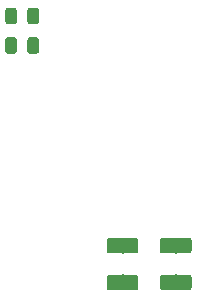
<source format=gbr>
%TF.GenerationSoftware,KiCad,Pcbnew,(5.1.4)-1*%
%TF.CreationDate,2021-09-18T23:44:11+01:00*%
%TF.ProjectId,DC_DC Converter circuit_2,44435f44-4320-4436-9f6e-766572746572,rev?*%
%TF.SameCoordinates,Original*%
%TF.FileFunction,Paste,Top*%
%TF.FilePolarity,Positive*%
%FSLAX46Y46*%
G04 Gerber Fmt 4.6, Leading zero omitted, Abs format (unit mm)*
G04 Created by KiCad (PCBNEW (5.1.4)-1) date 2021-09-18 23:44:11*
%MOMM*%
%LPD*%
G04 APERTURE LIST*
%ADD10C,0.100000*%
%ADD11C,0.975000*%
%ADD12C,1.325000*%
G04 APERTURE END LIST*
D10*
%TO.C,R3*%
G36*
X165705142Y-103301174D02*
G01*
X165728803Y-103304684D01*
X165752007Y-103310496D01*
X165774529Y-103318554D01*
X165796153Y-103328782D01*
X165816670Y-103341079D01*
X165835883Y-103355329D01*
X165853607Y-103371393D01*
X165869671Y-103389117D01*
X165883921Y-103408330D01*
X165896218Y-103428847D01*
X165906446Y-103450471D01*
X165914504Y-103472993D01*
X165920316Y-103496197D01*
X165923826Y-103519858D01*
X165925000Y-103543750D01*
X165925000Y-104456250D01*
X165923826Y-104480142D01*
X165920316Y-104503803D01*
X165914504Y-104527007D01*
X165906446Y-104549529D01*
X165896218Y-104571153D01*
X165883921Y-104591670D01*
X165869671Y-104610883D01*
X165853607Y-104628607D01*
X165835883Y-104644671D01*
X165816670Y-104658921D01*
X165796153Y-104671218D01*
X165774529Y-104681446D01*
X165752007Y-104689504D01*
X165728803Y-104695316D01*
X165705142Y-104698826D01*
X165681250Y-104700000D01*
X165193750Y-104700000D01*
X165169858Y-104698826D01*
X165146197Y-104695316D01*
X165122993Y-104689504D01*
X165100471Y-104681446D01*
X165078847Y-104671218D01*
X165058330Y-104658921D01*
X165039117Y-104644671D01*
X165021393Y-104628607D01*
X165005329Y-104610883D01*
X164991079Y-104591670D01*
X164978782Y-104571153D01*
X164968554Y-104549529D01*
X164960496Y-104527007D01*
X164954684Y-104503803D01*
X164951174Y-104480142D01*
X164950000Y-104456250D01*
X164950000Y-103543750D01*
X164951174Y-103519858D01*
X164954684Y-103496197D01*
X164960496Y-103472993D01*
X164968554Y-103450471D01*
X164978782Y-103428847D01*
X164991079Y-103408330D01*
X165005329Y-103389117D01*
X165021393Y-103371393D01*
X165039117Y-103355329D01*
X165058330Y-103341079D01*
X165078847Y-103328782D01*
X165100471Y-103318554D01*
X165122993Y-103310496D01*
X165146197Y-103304684D01*
X165169858Y-103301174D01*
X165193750Y-103300000D01*
X165681250Y-103300000D01*
X165705142Y-103301174D01*
X165705142Y-103301174D01*
G37*
D11*
X165437500Y-104000000D03*
D10*
G36*
X163830142Y-103301174D02*
G01*
X163853803Y-103304684D01*
X163877007Y-103310496D01*
X163899529Y-103318554D01*
X163921153Y-103328782D01*
X163941670Y-103341079D01*
X163960883Y-103355329D01*
X163978607Y-103371393D01*
X163994671Y-103389117D01*
X164008921Y-103408330D01*
X164021218Y-103428847D01*
X164031446Y-103450471D01*
X164039504Y-103472993D01*
X164045316Y-103496197D01*
X164048826Y-103519858D01*
X164050000Y-103543750D01*
X164050000Y-104456250D01*
X164048826Y-104480142D01*
X164045316Y-104503803D01*
X164039504Y-104527007D01*
X164031446Y-104549529D01*
X164021218Y-104571153D01*
X164008921Y-104591670D01*
X163994671Y-104610883D01*
X163978607Y-104628607D01*
X163960883Y-104644671D01*
X163941670Y-104658921D01*
X163921153Y-104671218D01*
X163899529Y-104681446D01*
X163877007Y-104689504D01*
X163853803Y-104695316D01*
X163830142Y-104698826D01*
X163806250Y-104700000D01*
X163318750Y-104700000D01*
X163294858Y-104698826D01*
X163271197Y-104695316D01*
X163247993Y-104689504D01*
X163225471Y-104681446D01*
X163203847Y-104671218D01*
X163183330Y-104658921D01*
X163164117Y-104644671D01*
X163146393Y-104628607D01*
X163130329Y-104610883D01*
X163116079Y-104591670D01*
X163103782Y-104571153D01*
X163093554Y-104549529D01*
X163085496Y-104527007D01*
X163079684Y-104503803D01*
X163076174Y-104480142D01*
X163075000Y-104456250D01*
X163075000Y-103543750D01*
X163076174Y-103519858D01*
X163079684Y-103496197D01*
X163085496Y-103472993D01*
X163093554Y-103450471D01*
X163103782Y-103428847D01*
X163116079Y-103408330D01*
X163130329Y-103389117D01*
X163146393Y-103371393D01*
X163164117Y-103355329D01*
X163183330Y-103341079D01*
X163203847Y-103328782D01*
X163225471Y-103318554D01*
X163247993Y-103310496D01*
X163271197Y-103304684D01*
X163294858Y-103301174D01*
X163318750Y-103300000D01*
X163806250Y-103300000D01*
X163830142Y-103301174D01*
X163830142Y-103301174D01*
G37*
D11*
X163562500Y-104000000D03*
%TD*%
D10*
%TO.C,R4*%
G36*
X163830142Y-100801174D02*
G01*
X163853803Y-100804684D01*
X163877007Y-100810496D01*
X163899529Y-100818554D01*
X163921153Y-100828782D01*
X163941670Y-100841079D01*
X163960883Y-100855329D01*
X163978607Y-100871393D01*
X163994671Y-100889117D01*
X164008921Y-100908330D01*
X164021218Y-100928847D01*
X164031446Y-100950471D01*
X164039504Y-100972993D01*
X164045316Y-100996197D01*
X164048826Y-101019858D01*
X164050000Y-101043750D01*
X164050000Y-101956250D01*
X164048826Y-101980142D01*
X164045316Y-102003803D01*
X164039504Y-102027007D01*
X164031446Y-102049529D01*
X164021218Y-102071153D01*
X164008921Y-102091670D01*
X163994671Y-102110883D01*
X163978607Y-102128607D01*
X163960883Y-102144671D01*
X163941670Y-102158921D01*
X163921153Y-102171218D01*
X163899529Y-102181446D01*
X163877007Y-102189504D01*
X163853803Y-102195316D01*
X163830142Y-102198826D01*
X163806250Y-102200000D01*
X163318750Y-102200000D01*
X163294858Y-102198826D01*
X163271197Y-102195316D01*
X163247993Y-102189504D01*
X163225471Y-102181446D01*
X163203847Y-102171218D01*
X163183330Y-102158921D01*
X163164117Y-102144671D01*
X163146393Y-102128607D01*
X163130329Y-102110883D01*
X163116079Y-102091670D01*
X163103782Y-102071153D01*
X163093554Y-102049529D01*
X163085496Y-102027007D01*
X163079684Y-102003803D01*
X163076174Y-101980142D01*
X163075000Y-101956250D01*
X163075000Y-101043750D01*
X163076174Y-101019858D01*
X163079684Y-100996197D01*
X163085496Y-100972993D01*
X163093554Y-100950471D01*
X163103782Y-100928847D01*
X163116079Y-100908330D01*
X163130329Y-100889117D01*
X163146393Y-100871393D01*
X163164117Y-100855329D01*
X163183330Y-100841079D01*
X163203847Y-100828782D01*
X163225471Y-100818554D01*
X163247993Y-100810496D01*
X163271197Y-100804684D01*
X163294858Y-100801174D01*
X163318750Y-100800000D01*
X163806250Y-100800000D01*
X163830142Y-100801174D01*
X163830142Y-100801174D01*
G37*
D11*
X163562500Y-101500000D03*
D10*
G36*
X165705142Y-100801174D02*
G01*
X165728803Y-100804684D01*
X165752007Y-100810496D01*
X165774529Y-100818554D01*
X165796153Y-100828782D01*
X165816670Y-100841079D01*
X165835883Y-100855329D01*
X165853607Y-100871393D01*
X165869671Y-100889117D01*
X165883921Y-100908330D01*
X165896218Y-100928847D01*
X165906446Y-100950471D01*
X165914504Y-100972993D01*
X165920316Y-100996197D01*
X165923826Y-101019858D01*
X165925000Y-101043750D01*
X165925000Y-101956250D01*
X165923826Y-101980142D01*
X165920316Y-102003803D01*
X165914504Y-102027007D01*
X165906446Y-102049529D01*
X165896218Y-102071153D01*
X165883921Y-102091670D01*
X165869671Y-102110883D01*
X165853607Y-102128607D01*
X165835883Y-102144671D01*
X165816670Y-102158921D01*
X165796153Y-102171218D01*
X165774529Y-102181446D01*
X165752007Y-102189504D01*
X165728803Y-102195316D01*
X165705142Y-102198826D01*
X165681250Y-102200000D01*
X165193750Y-102200000D01*
X165169858Y-102198826D01*
X165146197Y-102195316D01*
X165122993Y-102189504D01*
X165100471Y-102181446D01*
X165078847Y-102171218D01*
X165058330Y-102158921D01*
X165039117Y-102144671D01*
X165021393Y-102128607D01*
X165005329Y-102110883D01*
X164991079Y-102091670D01*
X164978782Y-102071153D01*
X164968554Y-102049529D01*
X164960496Y-102027007D01*
X164954684Y-102003803D01*
X164951174Y-101980142D01*
X164950000Y-101956250D01*
X164950000Y-101043750D01*
X164951174Y-101019858D01*
X164954684Y-100996197D01*
X164960496Y-100972993D01*
X164968554Y-100950471D01*
X164978782Y-100928847D01*
X164991079Y-100908330D01*
X165005329Y-100889117D01*
X165021393Y-100871393D01*
X165039117Y-100855329D01*
X165058330Y-100841079D01*
X165078847Y-100828782D01*
X165100471Y-100818554D01*
X165122993Y-100810496D01*
X165146197Y-100804684D01*
X165169858Y-100801174D01*
X165193750Y-100800000D01*
X165681250Y-100800000D01*
X165705142Y-100801174D01*
X165705142Y-100801174D01*
G37*
D11*
X165437500Y-101500000D03*
%TD*%
D10*
%TO.C,C1*%
G36*
X174124505Y-120276204D02*
G01*
X174148773Y-120279804D01*
X174172572Y-120285765D01*
X174195671Y-120294030D01*
X174217850Y-120304520D01*
X174238893Y-120317132D01*
X174258599Y-120331747D01*
X174276777Y-120348223D01*
X174293253Y-120366401D01*
X174307868Y-120386107D01*
X174320480Y-120407150D01*
X174330970Y-120429329D01*
X174339235Y-120452428D01*
X174345196Y-120476227D01*
X174348796Y-120500495D01*
X174350000Y-120524999D01*
X174350000Y-121350001D01*
X174348796Y-121374505D01*
X174345196Y-121398773D01*
X174339235Y-121422572D01*
X174330970Y-121445671D01*
X174320480Y-121467850D01*
X174307868Y-121488893D01*
X174293253Y-121508599D01*
X174276777Y-121526777D01*
X174258599Y-121543253D01*
X174238893Y-121557868D01*
X174217850Y-121570480D01*
X174195671Y-121580970D01*
X174172572Y-121589235D01*
X174148773Y-121595196D01*
X174124505Y-121598796D01*
X174100001Y-121600000D01*
X171899999Y-121600000D01*
X171875495Y-121598796D01*
X171851227Y-121595196D01*
X171827428Y-121589235D01*
X171804329Y-121580970D01*
X171782150Y-121570480D01*
X171761107Y-121557868D01*
X171741401Y-121543253D01*
X171723223Y-121526777D01*
X171706747Y-121508599D01*
X171692132Y-121488893D01*
X171679520Y-121467850D01*
X171669030Y-121445671D01*
X171660765Y-121422572D01*
X171654804Y-121398773D01*
X171651204Y-121374505D01*
X171650000Y-121350001D01*
X171650000Y-120524999D01*
X171651204Y-120500495D01*
X171654804Y-120476227D01*
X171660765Y-120452428D01*
X171669030Y-120429329D01*
X171679520Y-120407150D01*
X171692132Y-120386107D01*
X171706747Y-120366401D01*
X171723223Y-120348223D01*
X171741401Y-120331747D01*
X171761107Y-120317132D01*
X171782150Y-120304520D01*
X171804329Y-120294030D01*
X171827428Y-120285765D01*
X171851227Y-120279804D01*
X171875495Y-120276204D01*
X171899999Y-120275000D01*
X174100001Y-120275000D01*
X174124505Y-120276204D01*
X174124505Y-120276204D01*
G37*
D12*
X173000000Y-120937500D03*
D10*
G36*
X174124505Y-123401204D02*
G01*
X174148773Y-123404804D01*
X174172572Y-123410765D01*
X174195671Y-123419030D01*
X174217850Y-123429520D01*
X174238893Y-123442132D01*
X174258599Y-123456747D01*
X174276777Y-123473223D01*
X174293253Y-123491401D01*
X174307868Y-123511107D01*
X174320480Y-123532150D01*
X174330970Y-123554329D01*
X174339235Y-123577428D01*
X174345196Y-123601227D01*
X174348796Y-123625495D01*
X174350000Y-123649999D01*
X174350000Y-124475001D01*
X174348796Y-124499505D01*
X174345196Y-124523773D01*
X174339235Y-124547572D01*
X174330970Y-124570671D01*
X174320480Y-124592850D01*
X174307868Y-124613893D01*
X174293253Y-124633599D01*
X174276777Y-124651777D01*
X174258599Y-124668253D01*
X174238893Y-124682868D01*
X174217850Y-124695480D01*
X174195671Y-124705970D01*
X174172572Y-124714235D01*
X174148773Y-124720196D01*
X174124505Y-124723796D01*
X174100001Y-124725000D01*
X171899999Y-124725000D01*
X171875495Y-124723796D01*
X171851227Y-124720196D01*
X171827428Y-124714235D01*
X171804329Y-124705970D01*
X171782150Y-124695480D01*
X171761107Y-124682868D01*
X171741401Y-124668253D01*
X171723223Y-124651777D01*
X171706747Y-124633599D01*
X171692132Y-124613893D01*
X171679520Y-124592850D01*
X171669030Y-124570671D01*
X171660765Y-124547572D01*
X171654804Y-124523773D01*
X171651204Y-124499505D01*
X171650000Y-124475001D01*
X171650000Y-123649999D01*
X171651204Y-123625495D01*
X171654804Y-123601227D01*
X171660765Y-123577428D01*
X171669030Y-123554329D01*
X171679520Y-123532150D01*
X171692132Y-123511107D01*
X171706747Y-123491401D01*
X171723223Y-123473223D01*
X171741401Y-123456747D01*
X171761107Y-123442132D01*
X171782150Y-123429520D01*
X171804329Y-123419030D01*
X171827428Y-123410765D01*
X171851227Y-123404804D01*
X171875495Y-123401204D01*
X171899999Y-123400000D01*
X174100001Y-123400000D01*
X174124505Y-123401204D01*
X174124505Y-123401204D01*
G37*
D12*
X173000000Y-124062500D03*
%TD*%
D10*
%TO.C,C2*%
G36*
X178624505Y-120276204D02*
G01*
X178648773Y-120279804D01*
X178672572Y-120285765D01*
X178695671Y-120294030D01*
X178717850Y-120304520D01*
X178738893Y-120317132D01*
X178758599Y-120331747D01*
X178776777Y-120348223D01*
X178793253Y-120366401D01*
X178807868Y-120386107D01*
X178820480Y-120407150D01*
X178830970Y-120429329D01*
X178839235Y-120452428D01*
X178845196Y-120476227D01*
X178848796Y-120500495D01*
X178850000Y-120524999D01*
X178850000Y-121350001D01*
X178848796Y-121374505D01*
X178845196Y-121398773D01*
X178839235Y-121422572D01*
X178830970Y-121445671D01*
X178820480Y-121467850D01*
X178807868Y-121488893D01*
X178793253Y-121508599D01*
X178776777Y-121526777D01*
X178758599Y-121543253D01*
X178738893Y-121557868D01*
X178717850Y-121570480D01*
X178695671Y-121580970D01*
X178672572Y-121589235D01*
X178648773Y-121595196D01*
X178624505Y-121598796D01*
X178600001Y-121600000D01*
X176399999Y-121600000D01*
X176375495Y-121598796D01*
X176351227Y-121595196D01*
X176327428Y-121589235D01*
X176304329Y-121580970D01*
X176282150Y-121570480D01*
X176261107Y-121557868D01*
X176241401Y-121543253D01*
X176223223Y-121526777D01*
X176206747Y-121508599D01*
X176192132Y-121488893D01*
X176179520Y-121467850D01*
X176169030Y-121445671D01*
X176160765Y-121422572D01*
X176154804Y-121398773D01*
X176151204Y-121374505D01*
X176150000Y-121350001D01*
X176150000Y-120524999D01*
X176151204Y-120500495D01*
X176154804Y-120476227D01*
X176160765Y-120452428D01*
X176169030Y-120429329D01*
X176179520Y-120407150D01*
X176192132Y-120386107D01*
X176206747Y-120366401D01*
X176223223Y-120348223D01*
X176241401Y-120331747D01*
X176261107Y-120317132D01*
X176282150Y-120304520D01*
X176304329Y-120294030D01*
X176327428Y-120285765D01*
X176351227Y-120279804D01*
X176375495Y-120276204D01*
X176399999Y-120275000D01*
X178600001Y-120275000D01*
X178624505Y-120276204D01*
X178624505Y-120276204D01*
G37*
D12*
X177500000Y-120937500D03*
D10*
G36*
X178624505Y-123401204D02*
G01*
X178648773Y-123404804D01*
X178672572Y-123410765D01*
X178695671Y-123419030D01*
X178717850Y-123429520D01*
X178738893Y-123442132D01*
X178758599Y-123456747D01*
X178776777Y-123473223D01*
X178793253Y-123491401D01*
X178807868Y-123511107D01*
X178820480Y-123532150D01*
X178830970Y-123554329D01*
X178839235Y-123577428D01*
X178845196Y-123601227D01*
X178848796Y-123625495D01*
X178850000Y-123649999D01*
X178850000Y-124475001D01*
X178848796Y-124499505D01*
X178845196Y-124523773D01*
X178839235Y-124547572D01*
X178830970Y-124570671D01*
X178820480Y-124592850D01*
X178807868Y-124613893D01*
X178793253Y-124633599D01*
X178776777Y-124651777D01*
X178758599Y-124668253D01*
X178738893Y-124682868D01*
X178717850Y-124695480D01*
X178695671Y-124705970D01*
X178672572Y-124714235D01*
X178648773Y-124720196D01*
X178624505Y-124723796D01*
X178600001Y-124725000D01*
X176399999Y-124725000D01*
X176375495Y-124723796D01*
X176351227Y-124720196D01*
X176327428Y-124714235D01*
X176304329Y-124705970D01*
X176282150Y-124695480D01*
X176261107Y-124682868D01*
X176241401Y-124668253D01*
X176223223Y-124651777D01*
X176206747Y-124633599D01*
X176192132Y-124613893D01*
X176179520Y-124592850D01*
X176169030Y-124570671D01*
X176160765Y-124547572D01*
X176154804Y-124523773D01*
X176151204Y-124499505D01*
X176150000Y-124475001D01*
X176150000Y-123649999D01*
X176151204Y-123625495D01*
X176154804Y-123601227D01*
X176160765Y-123577428D01*
X176169030Y-123554329D01*
X176179520Y-123532150D01*
X176192132Y-123511107D01*
X176206747Y-123491401D01*
X176223223Y-123473223D01*
X176241401Y-123456747D01*
X176261107Y-123442132D01*
X176282150Y-123429520D01*
X176304329Y-123419030D01*
X176327428Y-123410765D01*
X176351227Y-123404804D01*
X176375495Y-123401204D01*
X176399999Y-123400000D01*
X178600001Y-123400000D01*
X178624505Y-123401204D01*
X178624505Y-123401204D01*
G37*
D12*
X177500000Y-124062500D03*
%TD*%
M02*

</source>
